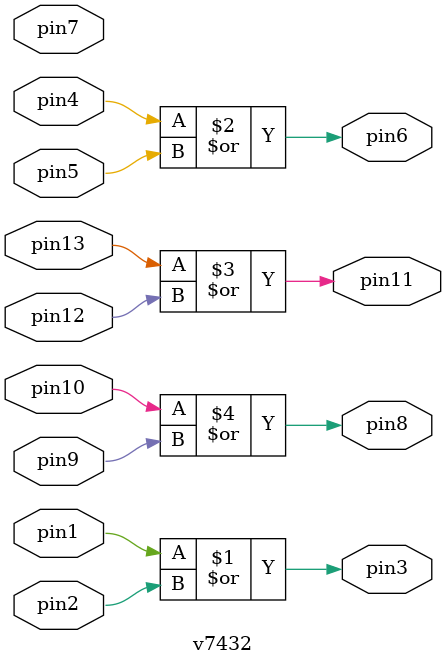
<source format=v>

module mux2to1 (x,y,s,m);

    input x,y,s;
    output m;
    wire w1,w2,w3;

    v7404 u1 (.pin1(s), .pin2(w1));
    v7408 u2 (.pin1(x),.pin2(w1), .pin3(w3), .pin4(s), .pin5(y), .pin6(w2));
    v7432 u3 (.pin1(w2), .pin2(w3), .pin3(m));
endmodule

module v7404(pin1,pin3,pin5,pin7,pin9,pin11,pin13,pin2,pin4,pin6,pin8,pin10,pin12);

   input pin1, pin3, pin5, pin7,pin9,pin11,pin13;
   output pin2,pin4,pin6,pin8,pin10,pin12;
   assign pin2 = ~pin1;
   assign pin4 = ~pin3;
   assign pin6 = ~pin5;
   assign pin12 = ~pin13;
   assign pin10 = ~pin11;
   assign pin8 = ~pin9;
endmodule

module v7408(pin1,pin3,pin5,pin7,pin9,pin11,pin13,pin2,pin4,pin6,pin8,pin10,pin12);
   input pin1,pin2,pin4,pin5,pin9,pin10,pin12,pin13,pin7;
   output pin3,pin6,pin11,pin8;
   assign pin3 = pin1 & pin2;
   assign pin6 = pin4 & pin5;
   assign pin11 = pin13 & pin12;
   assign pin8 = pin10 & pin9;
endmodule

module v7432(pin1,pin3,pin5,pin7,pin9,pin11,pin13,pin2,pin4,pin6,pin8,pin10,pin12);
   input pin1,pin2,pin4,pin5,pin9,pin10,pin12,pin13,pin7;
   output pin3,pin6,pin11,pin8;
   assign pin3 = pin1 | pin2;
   assign pin6 = pin4 | pin5;
   assign pin11 = pin13 | pin12;
   assign pin8 = pin10 | pin9;
endmodule


</source>
